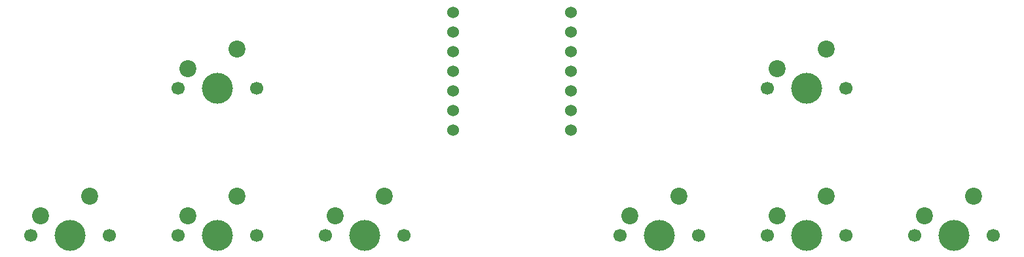
<source format=gbs>
G04 #@! TF.GenerationSoftware,KiCad,Pcbnew,9.0.2*
G04 #@! TF.CreationDate,2025-11-24T09:54:34-06:00*
G04 #@! TF.ProjectId,Keypad,4b657970-6164-42e6-9b69-6361645f7063,rev?*
G04 #@! TF.SameCoordinates,Original*
G04 #@! TF.FileFunction,Soldermask,Bot*
G04 #@! TF.FilePolarity,Negative*
%FSLAX46Y46*%
G04 Gerber Fmt 4.6, Leading zero omitted, Abs format (unit mm)*
G04 Created by KiCad (PCBNEW 9.0.2) date 2025-11-24 09:54:34*
%MOMM*%
%LPD*%
G01*
G04 APERTURE LIST*
%ADD10C,1.700000*%
%ADD11C,4.000000*%
%ADD12C,2.200000*%
%ADD13C,1.524000*%
G04 APERTURE END LIST*
D10*
X175895000Y-80962500D03*
D11*
X180975000Y-80962500D03*
D10*
X186055000Y-80962500D03*
D12*
X183515000Y-75882500D03*
X177165000Y-78422500D03*
D10*
X99695000Y-80962500D03*
D11*
X104775000Y-80962500D03*
D10*
X109855000Y-80962500D03*
D12*
X107315000Y-75882500D03*
X100965000Y-78422500D03*
D10*
X156845000Y-100012500D03*
D11*
X161925000Y-100012500D03*
D10*
X167005000Y-100012500D03*
D12*
X164465000Y-94932500D03*
X158115000Y-97472500D03*
D10*
X99695000Y-100012500D03*
D11*
X104775000Y-100012500D03*
D10*
X109855000Y-100012500D03*
D12*
X107315000Y-94932500D03*
X100965000Y-97472500D03*
D10*
X80645000Y-100012500D03*
D11*
X85725000Y-100012500D03*
D10*
X90805000Y-100012500D03*
D12*
X88265000Y-94932500D03*
X81915000Y-97472500D03*
D10*
X194945000Y-100012500D03*
D11*
X200025000Y-100012500D03*
D10*
X205105000Y-100012500D03*
D12*
X202565000Y-94932500D03*
X196215000Y-97472500D03*
D10*
X118745000Y-100012500D03*
D11*
X123825000Y-100012500D03*
D10*
X128905000Y-100012500D03*
D12*
X126365000Y-94932500D03*
X120015000Y-97472500D03*
D10*
X175895000Y-100012500D03*
D11*
X180975000Y-100012500D03*
D10*
X186055000Y-100012500D03*
D12*
X183515000Y-94932500D03*
X177165000Y-97472500D03*
D13*
X135260000Y-71100000D03*
X135260000Y-73640000D03*
X135260000Y-76180000D03*
X135260000Y-78720000D03*
X135260000Y-81260000D03*
X135260000Y-83800000D03*
X135260000Y-86340000D03*
X150500000Y-86340000D03*
X150500000Y-83800000D03*
X150500000Y-81260000D03*
X150500000Y-78720000D03*
X150500000Y-76180000D03*
X150500000Y-73640000D03*
X150500000Y-71100000D03*
M02*

</source>
